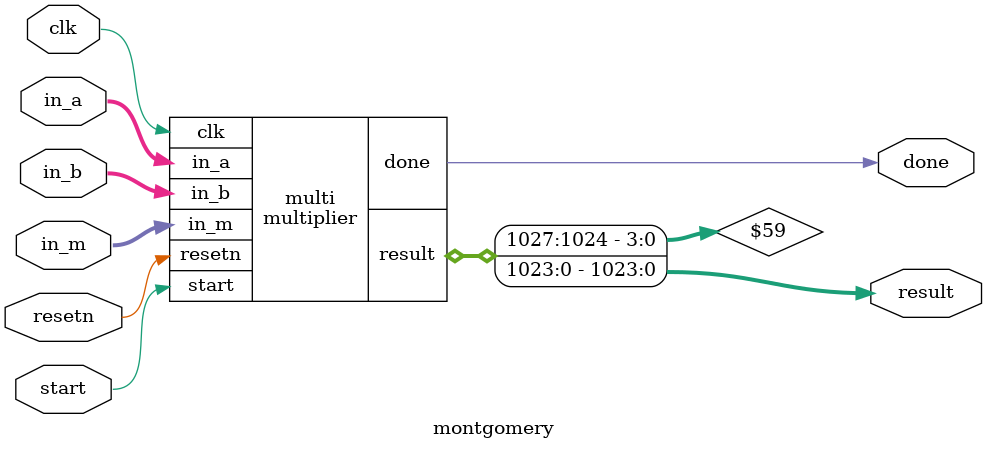
<source format=v>
`timescale 1ns / 1ps

module multiplier (
    input clk,
    input resetn,
    input start,
    input wire [1023:0] in_a,
    input wire [1023:0] in_b,
    input wire [1023:0] in_m,
    output wire [1027:0] result,
    output wire done);

    reg [10:0] shift_counter;
    wire ai;
    wire c0;
    
    wire adder_b_done;
    wire [1027:0] muxOutAdder_B;
    wire adder_b_done_mux;
    
    wire adder_m_done;
    reg adder_m_done_reg;

    assign c0 = (start) ? 1'b0 : muxOutAdder_B[0];

    wire mux1;
    assign mux1 = (c0) ? adder_m_done : adder_b_done_mux;
    
    always @(posedge clk)
    begin
        if (~resetn)
            adder_m_done_reg <= 1'b0;
        else if (shift_counter[10] == 1'b0)
            adder_m_done_reg <= mux1;
        else
            adder_m_done_reg <= 1'b0;
    end
    
    // shift register for input A
    // shift input A every 5 clock cycles
    reg [1023:0] in_a_reg;
    always @(posedge clk)
    begin
        if (~resetn || start)
        begin
            shift_counter <= 0;
            in_a_reg      <= in_a;
        end
        else if (mux1 && shift_counter[10] == 1'b0)
        begin
            in_a_reg      <= in_a_reg >> 1;
            shift_counter <= shift_counter + 1;
        end
    end

    reg stage;
    always @(posedge clk) begin
        if (~resetn || start)
            stage <= 1'b0;
        else if (shift_counter[10] == 1'b1)
            stage <= 1'b1;
    end

    // define wires for connecting C and adders
    reg [1027:0] regC_Q;
    
    // define the multiplexer for start signal for adder B
    wire start_b_;
    assign start_b_ = start || adder_m_done_reg;

    wire start_b;
    assign start_b = ai && start_b_;

    assign ai = (start) ? in_a[0] : in_a_reg[0];

    wire [1027:0] adder_b_result;
    mpadder adder_B (
    .clk      (clk),
    .resetn   (resetn),
    .start    (start_b),
    .subtract (1'b0),
    .in_a     (regC_Q),
    .in_b     ({3'b0, in_b}),
    .result   (adder_b_result),
    .done     (adder_b_done));
    
    // define the multiplexer for adder B result
    assign muxOutAdder_B = (in_a_reg[0] == 1) ? adder_b_result : regC_Q;

    assign adder_b_done_mux = (ai == 1) ? adder_b_done : start_b_;

    reg start_m_sub;
    always @(posedge clk) begin
        if (~resetn || start)
            start_m_sub <= 1'b0;
        else if (shift_counter[10] == 1'b1)
            start_m_sub <= adder_m_done;
    end

    reg regLoopDone;
    reg start_m_sub_d;
    always @(posedge clk) begin
        if (~resetn || start)
            start_m_sub_d <= 1'b0;
        else if (shift_counter[10] == 1'b1)
            start_m_sub_d <= start_m_sub || regLoopDone;
    end
    
    reg [1027:0] regC_sub;
    wire [1027:0] adder_m_input;
    assign adder_m_input = (stage) ? regC_sub : muxOutAdder_B;

    // instantiate Adder M
    wire [1027:0] adder_m_result;
    wire start_m;
    assign start_m = (shift_counter[10]) ? start_m_sub_d : (adder_b_done_mux && c0);
    
    mpadder adder_M (
    .clk      (clk),
    .resetn   (resetn),
    .start    (start_m),
    .subtract (stage),
    .in_a     (adder_m_input),
    .in_b     ({3'b0, in_m}),
    .result   (adder_m_result),
    .done     (adder_m_done));
    
    // define the multiplexer for adder M result
    wire [1027:0] muxOutAdder_M;
    assign muxOutAdder_M = (c0 == 1) ? adder_m_result : muxOutAdder_B;
    
    // define regC
    always @(posedge clk)
    begin
        if (~resetn || start)
            regC_Q <= 1028'b0;
        else if (mux1 && shift_counter[10] == 1'b0)
            regC_Q <= (muxOutAdder_M >> (~shift_counter[10]));
    end

    always @(posedge clk) begin
        if (~resetn || start) begin
            regLoopDone <= 1'b0;
        end else if(shift_counter[10] == 1'b1) begin
            regLoopDone <= adder_m_done_reg;
        end
    end
    
    always @(posedge clk) begin
        if (~resetn || start)
            regC_sub <= 1028'b0;
        else if (regLoopDone)
            regC_sub <= regC_Q;
        else if (stage == 1'b1 && start_m_sub == 1'b1)
            regC_sub <= adder_m_result;
    end

    reg subDone;
    always @(posedge clk) begin
        if (~resetn || start)
            subDone      <= 1'b0;
        else if (adder_m_result[1027] == 1'b1)  
            subDone      <= 1'b1;
        else
            subDone      <= 1'b0;
    end
    
    assign result = regC_sub[1023:0];
    assign done = subDone;

endmodule

module montgomery(input clk,
                  input resetn,
                  input start,
                  input [1023:0] in_a,
                  input [1023:0] in_b,
                  input [1023:0] in_m,
                  output [1023:0] result,
                  output done);
    /*
     Student tasks:
     1. Instantiate an Adder
     2. Use the Adder to implement the Montgomery multiplier in hardware.
     3. Use tb_montgomery.v to simulate your design.
    */
    
    multiplier multi(
        .clk(clk),
        .resetn(resetn),
        .start(start),
        .in_a(in_a),
        .in_b(in_b),
        .in_m(in_m),
        .result(result),
        .done(done));

endmodule

</source>
